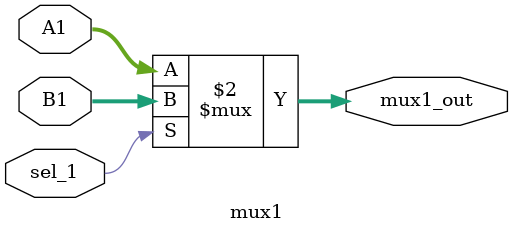
<source format=v>

module mux1(sel_1, A1, B1, mux1_out);


input sel_1;
input [31:0] A1, B1;
output [31:0] mux1_out;


assign mux1_out = (sel_1 == 1'b0) ? A1 : B1;

endmodule


</source>
